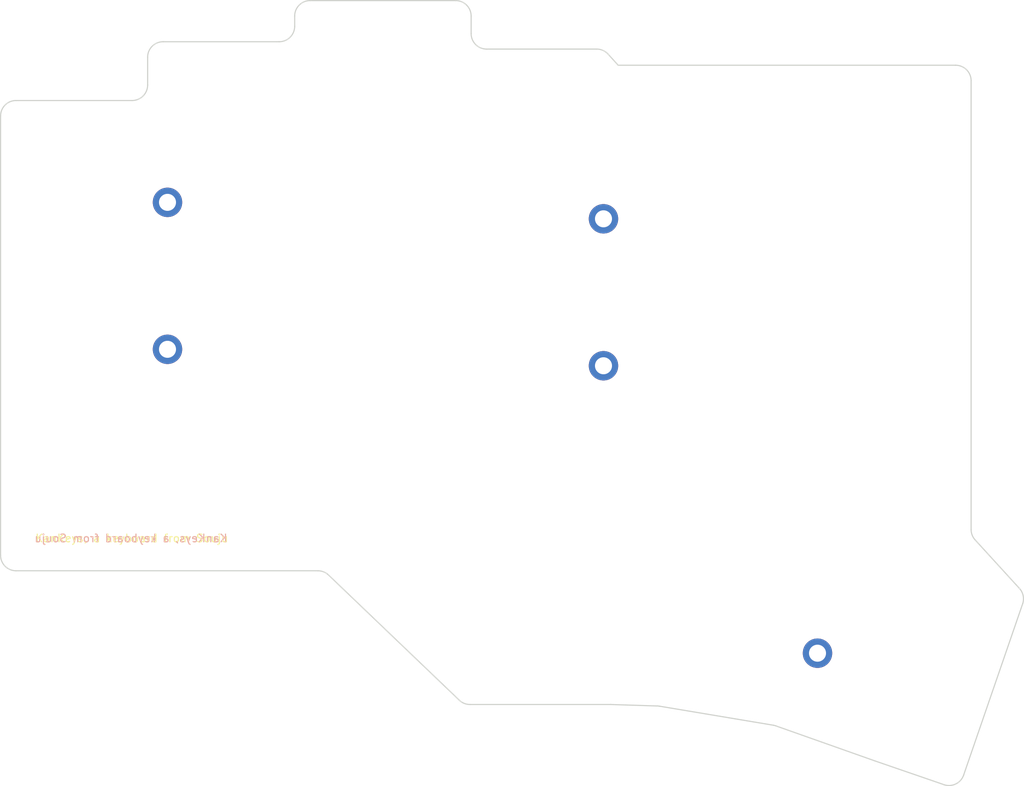
<source format=kicad_pcb>


(kicad_pcb (version 20171130) (host pcbnew 5.1.6)

  (page A3)
  (title_block
    (title "bottom")
    (rev "0.0.1")
    (company "Souju")
  )

  (general
    (thickness 1.6)
  )

  (layers
    (0 F.Cu signal)
    (31 B.Cu signal)
    (32 B.Adhes user)
    (33 F.Adhes user)
    (34 B.Paste user)
    (35 F.Paste user)
    (36 B.SilkS user)
    (37 F.SilkS user)
    (38 B.Mask user)
    (39 F.Mask user)
    (40 Dwgs.User user)
    (41 Cmts.User user)
    (42 Eco1.User user)
    (43 Eco2.User user)
    (44 Edge.Cuts user)
    (45 Margin user)
    (46 B.CrtYd user)
    (47 F.CrtYd user)
    (48 B.Fab user)
    (49 F.Fab user)
  )

  (setup
    (last_trace_width 0.25)
    (trace_clearance 0.2)
    (zone_clearance 0.508)
    (zone_45_only no)
    (trace_min 0.2)
    (via_size 0.8)
    (via_drill 0.4)
    (via_min_size 0.4)
    (via_min_drill 0.3)
    (uvia_size 0.3)
    (uvia_drill 0.1)
    (uvias_allowed no)
    (uvia_min_size 0.2)
    (uvia_min_drill 0.1)
    (edge_width 0.05)
    (segment_width 0.2)
    (pcb_text_width 0.3)
    (pcb_text_size 1.5 1.5)
    (mod_edge_width 0.12)
    (mod_text_size 1 1)
    (mod_text_width 0.15)
    (pad_size 1.524 1.524)
    (pad_drill 0.762)
    (pad_to_mask_clearance 0.05)
    (aux_axis_origin 0 0)
    (visible_elements FFFFFF7F)
    (pcbplotparams
      (layerselection 0x010fc_ffffffff)
      (usegerberextensions false)
      (usegerberattributes true)
      (usegerberadvancedattributes true)
      (creategerberjobfile true)
      (excludeedgelayer true)
      (linewidth 0.100000)
      (plotframeref false)
      (viasonmask false)
      (mode 1)
      (useauxorigin false)
      (hpglpennumber 1)
      (hpglpenspeed 20)
      (hpglpendiameter 15.000000)
      (psnegative false)
      (psa4output false)
      (plotreference true)
      (plotvalue true)
      (plotinvisibletext false)
      (padsonsilk false)
      (subtractmaskfromsilk false)
      (outputformat 1)
      (mirror false)
      (drillshape 1)
      (scaleselection 1)
      (outputdirectory ""))
  )

  (net 0 "")

  (net_class Default "This is the default net class."
    (clearance 0.2)
    (trace_width 0.25)
    (via_dia 0.8)
    (via_drill 0.4)
    (uvia_dia 0.3)
    (uvia_drill 0.1)
    (add_net "")
  )

  
            (module mounting_hole (layer F.Cu) (tedit 64B5A986)
                (at 10.166666666666666 -36.23333333333333 0)
                (fp_text reference "H1" (at 0 3) (layer F.SilkS) hide
                    (effects (font (size 1 1) (thickness 0.15)))
                )
        
                (pad "" thru_hole circle (at 0 0 180) (size 3.8000000000000003 3.8000000000000003) (drill 2.2) (layers *.Cu *.Mask))
        
                (fp_circle (center 0 0) (end -2.1500000000000004 0) (layer F.CrtYd) (width 0.05))
                (fp_circle (center 0 0) (end -2.1500000000000004 0) (layer B.CrtYd) (width 0.05))
        
            )
        

            (module mounting_hole (layer F.Cu) (tedit 64B5A986)
                (at 10.166666666666666 -17.233333333333334 0)
                (fp_text reference "H2" (at 0 3) (layer F.SilkS) hide
                    (effects (font (size 1 1) (thickness 0.15)))
                )
        
                (pad "" thru_hole circle (at 0 0 180) (size 3.8000000000000003 3.8000000000000003) (drill 2.2) (layers *.Cu *.Mask))
        
                (fp_circle (center 0 0) (end -2.1500000000000004 0) (layer F.CrtYd) (width 0.05))
                (fp_circle (center 0 0) (end -2.1500000000000004 0) (layer B.CrtYd) (width 0.05))
        
            )
        

            (module mounting_hole (layer F.Cu) (tedit 64B5A986)
                (at 66.5 -34.105 0)
                (fp_text reference "H3" (at 0 3) (layer F.SilkS) hide
                    (effects (font (size 1 1) (thickness 0.15)))
                )
        
                (pad "" thru_hole circle (at 0 0 180) (size 3.8000000000000003 3.8000000000000003) (drill 2.2) (layers *.Cu *.Mask))
        
                (fp_circle (center 0 0) (end -2.1500000000000004 0) (layer F.CrtYd) (width 0.05))
                (fp_circle (center 0 0) (end -2.1500000000000004 0) (layer B.CrtYd) (width 0.05))
        
            )
        

            (module mounting_hole (layer F.Cu) (tedit 64B5A986)
                (at 66.5 -15.105 0)
                (fp_text reference "H4" (at 0 3) (layer F.SilkS) hide
                    (effects (font (size 1 1) (thickness 0.15)))
                )
        
                (pad "" thru_hole circle (at 0 0 180) (size 3.8000000000000003 3.8000000000000003) (drill 2.2) (layers *.Cu *.Mask))
        
                (fp_circle (center 0 0) (end -2.1500000000000004 0) (layer F.CrtYd) (width 0.05))
                (fp_circle (center 0 0) (end -2.1500000000000004 0) (layer B.CrtYd) (width 0.05))
        
            )
        

            (module mounting_hole (layer F.Cu) (tedit 64B5A986)
                (at 94.15266715000001 22.056630200000004 -14.25)
                (fp_text reference "H5" (at 0 3) (layer F.SilkS) hide
                    (effects (font (size 1 1) (thickness 0.15)))
                )
        
                (pad "" thru_hole circle (at 0 0 180) (size 3.8000000000000003 3.8000000000000003) (drill 2.2) (layers *.Cu *.Mask))
        
                (fp_circle (center 0 0) (end -2.1500000000000004 0) (layer F.CrtYd) (width 0.05))
                (fp_circle (center 0 0) (end -2.1500000000000004 0) (layer B.CrtYd) (width 0.05))
        
            )
        

            (gr_text "KanKeys, a keyboard from Souju" (at -7 7.2 0) (layer F.SilkS)
                (effects (font (size 1 1) (thickness 0.15) ) (justify left))
            )
        

            (gr_text "KanKeys, a keyboard from Souju" (at 18 7.2 0) (layer B.SilkS)
                (effects (font (size 1 1) (thickness 0.15) ) (justify left mirror))
            )
        
  (gr_line (start 114.52282954544918 7.412793011051306) (end 120.24238475673145 13.678929421781277) (angle 90) (layer Edge.Cuts) (width 0.15))
(gr_line (start 120.65625147139755 15.678386060974276) (end 113.03380649580966 37.81557368581349) (angle 90) (layer Edge.Cuts) (width 0.15))
(gr_line (start 110.49163311599325 39.05547452719607) (end 101.61179331664789 35.99790054361722) (angle 90) (layer Edge.Cuts) (width 0.15))
(gr_line (start 101.59573631611869 35.992295144282835) (end 88.76906882676222 31.453352868650022) (angle 90) (layer Edge.Cuts) (width 0.15))
(gr_line (start 88.43197081563355 31.366213500098702) (end 73.74510603194477 28.908475246152612) (angle 90) (layer Edge.Cuts) (width 0.15))
(gr_line (start 73.47869403512736 28.882060546254) (end 67.48183214539115 28.691014100101395) (angle 90) (layer Edge.Cuts) (width 0.15))
(gr_line (start 67.41814894220859 28.690000000000005) (end 49.25334660989011 28.690000000000005) (angle 90) (layer Edge.Cuts) (width 0.15))
(gr_line (start 47.86986616203966 28.134292849953788) (end 30.980133837960356 11.955707150046234) (angle 90) (layer Edge.Cuts) (width 0.15))
(gr_line (start -9.4 11.4) (end 29.596653390109896 11.4) (angle 90) (layer Edge.Cuts) (width 0.15))
(gr_line (start -11.4 9.4) (end -11.4 -47.4) (angle 90) (layer Edge.Cuts) (width 0.15))
(gr_line (start -9.4 -49.4) (end 5.6 -49.4) (angle 90) (layer Edge.Cuts) (width 0.15))
(gr_line (start 7.6 -51.4) (end 7.6 -55) (angle 90) (layer Edge.Cuts) (width 0.15))
(gr_line (start 9.6 -57) (end 24.6 -57) (angle 90) (layer Edge.Cuts) (width 0.15))
(gr_line (start 26.6 -59) (end 26.6 -60.32) (angle 90) (layer Edge.Cuts) (width 0.15))
(gr_line (start 28.6 -62.32) (end 47.4 -62.32) (angle 90) (layer Edge.Cuts) (width 0.15))
(gr_line (start 49.4 -60.32) (end 49.4 -58.05) (angle 90) (layer Edge.Cuts) (width 0.15))
(gr_line (start 51.4 -56.05) (end 65.61526026363636 -56.05) (angle 90) (layer Edge.Cuts) (width 0.15))
(gr_line (start 67.09514040888523 -55.39534555022625) (end 68.4 -53.96) (angle 90) (layer Edge.Cuts) (width 0.15))
(gr_line (start 68.4 -53.96) (end 112 -53.96) (angle 90) (layer Edge.Cuts) (width 0.15))
(gr_line (start 114 -51.96) (end 114 6.064472761258827) (angle 90) (layer Edge.Cuts) (width 0.15))
(gr_arc (start 118.76521430218064 15.027249671573756) (end 120.65625140218064 15.678386071573756) (angle -61.38896469525493) (layer Edge.Cuts) (width 0.15))
(gr_arc (start 111.14276932659273 37.164437296412984) (end 110.49163312659273 39.055474496412984) (angle -89.99999458257886) (layer Edge.Cuts) (width 0.15))
(gr_arc (start 102.26292952724737 34.10686331283415) (end 101.59573632724737 35.99229511283415) (angle -0.48722431007118416) (layer Edge.Cuts) (width 0.15))
(gr_arc (start 88.10187561563355 33.3387847000987) (end 88.76906881563355 31.4533529000987) (angle -9.987221221384857) (layer Edge.Cuts) (width 0.15))
(gr_arc (start 73.4150108319448 30.88104644615261) (end 73.7451060319448 28.90847524615261) (angle -7.675301911559842) (layer Edge.Cuts) (width 0.15))
(gr_arc (start 67.41814894220859 30.690000000000005) (end 67.48183214220859 28.691014100000004) (angle -1.8246977717894026) (layer Edge.Cuts) (width 0.15))
(gr_arc (start 49.25334660989011 26.690000000000005) (end 47.86986610989011 28.134292900000005) (angle -43.76802111653669) (layer Edge.Cuts) (width 0.15))
(gr_arc (start 29.596653390109896 13.399999999999999) (end 30.980133890109897 11.955707099999998) (angle -43.76802111653734) (layer Edge.Cuts) (width 0.15))
(gr_arc (start -9.4 9.4) (end -11.4 9.4) (angle -90) (layer Edge.Cuts) (width 0.15))
(gr_arc (start -9.4 -47.4) (end -9.4 -49.4) (angle -90) (layer Edge.Cuts) (width 0.15))
(gr_arc (start 5.6 -51.4) (end 5.6 -49.4) (angle -90) (layer Edge.Cuts) (width 0.15))
(gr_arc (start 9.6 -55) (end 9.6 -57) (angle -90) (layer Edge.Cuts) (width 0.15))
(gr_arc (start 24.6 -59) (end 24.6 -57) (angle -90) (layer Edge.Cuts) (width 0.15))
(gr_arc (start 28.6 -60.32) (end 28.6 -62.32) (angle -90) (layer Edge.Cuts) (width 0.15))
(gr_arc (start 47.4 -60.32) (end 49.4 -60.32) (angle -90) (layer Edge.Cuts) (width 0.15))
(gr_arc (start 51.4 -58.05) (end 49.4 -58.05) (angle -90) (layer Edge.Cuts) (width 0.15))
(gr_arc (start 65.61526026363636 -54.05) (end 67.09514046363635 -55.3953456) (angle -47.72631176473231) (layer Edge.Cuts) (width 0.15))
(gr_arc (start 112 -51.96) (end 114 -51.96) (angle -90) (layer Edge.Cuts) (width 0.15))
(gr_arc (start 116 6.064472761258827) (end 114 6.064472761258827) (angle -42.38896268316972) (layer Edge.Cuts) (width 0.15))

)


</source>
